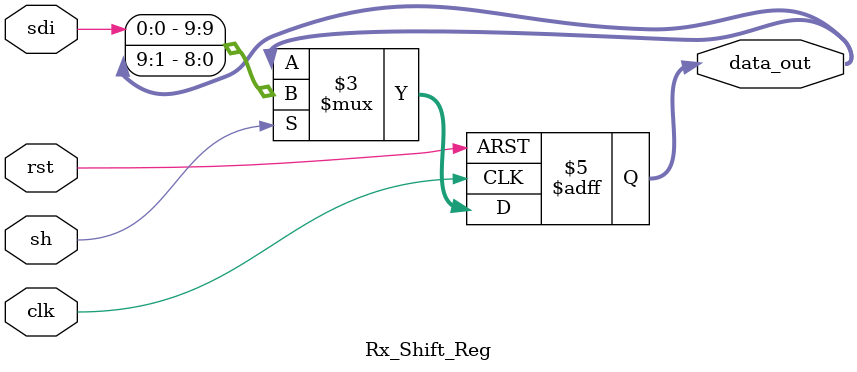
<source format=v>
`timescale 1ns / 1ps
module Rx_Shift_Reg(clk, rst, sh, sdi, data_out);

     input               clk, rst;
     input               sh;
     input               sdi;      // Rx input
     
     output    [9:0]     data_out;
     
     reg       [9:0]     data_out;
     
     always @(posedge clk, posedge rst)
          if(rst)
               data_out <= 10'b0;
          else if(sh)
               data_out <= {sdi, data_out[9:1]};
          else
               data_out <= data_out;
               

endmodule

</source>
